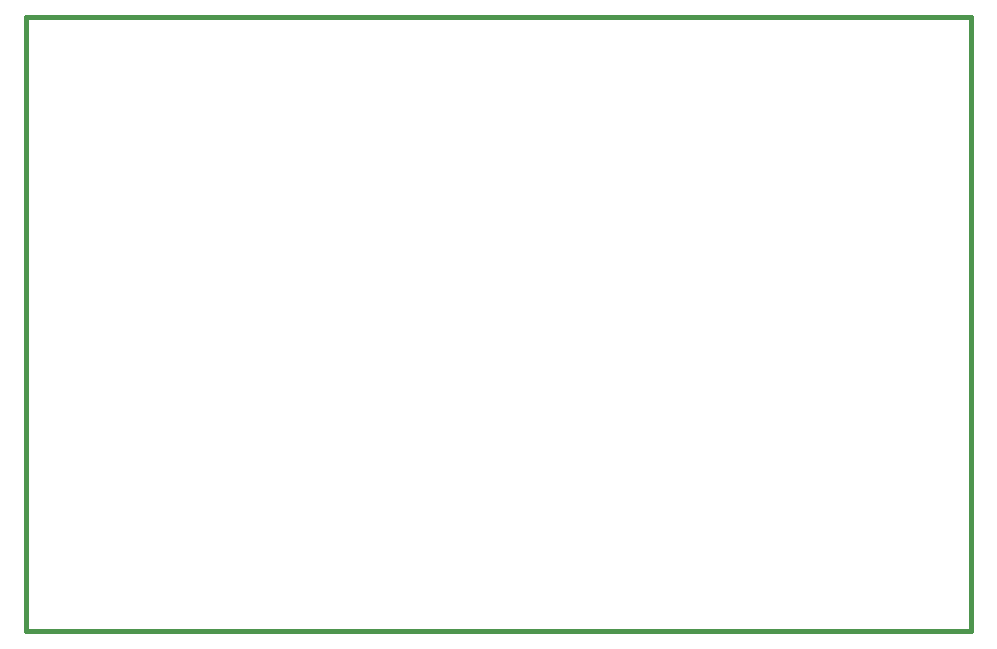
<source format=gbr>
G04 (created by PCBNEW-RS274X (2011-nov-30)-testing) date Sat 05 May 2012 08:26:57 PM EDT*
G01*
G70*
G90*
%MOIN*%
G04 Gerber Fmt 3.4, Leading zero omitted, Abs format*
%FSLAX34Y34*%
G04 APERTURE LIST*
%ADD10C,0.006000*%
%ADD11C,0.015000*%
G04 APERTURE END LIST*
G54D10*
G54D11*
X00000Y20472D02*
X00787Y20472D01*
X00000Y00000D02*
X00000Y20472D01*
X31496Y00000D02*
X00000Y00000D01*
X31496Y20472D02*
X31496Y00000D01*
X00000Y20472D02*
X31496Y20472D01*
M02*

</source>
